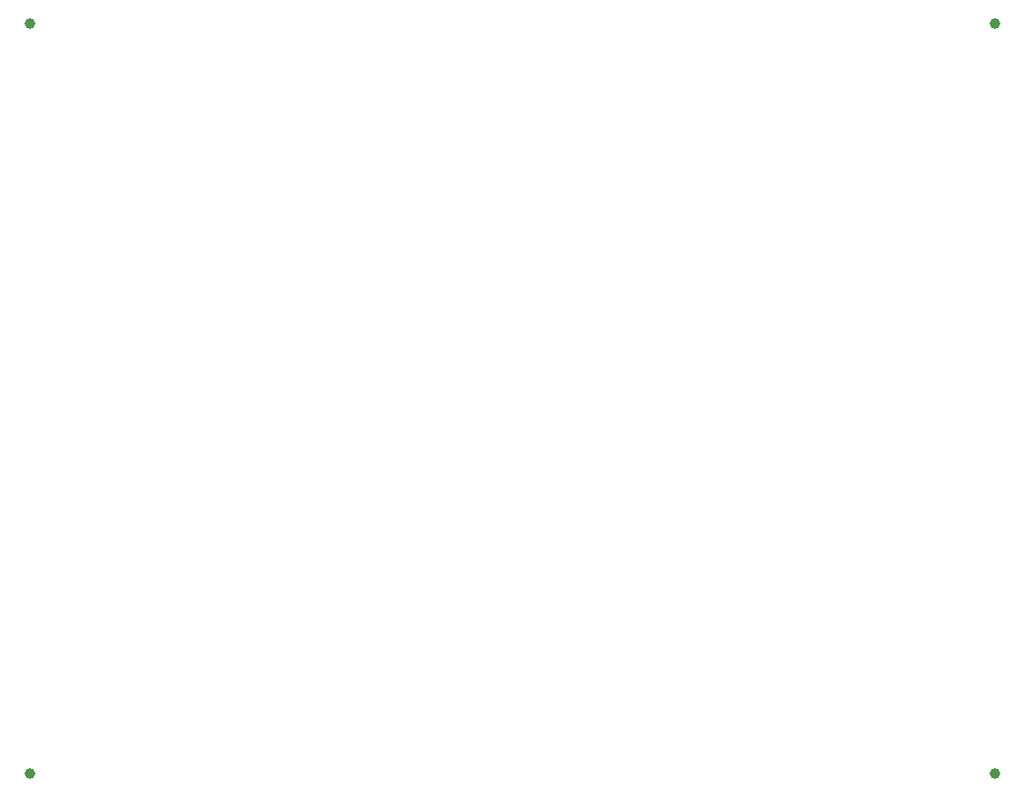
<source format=gbr>
%TF.GenerationSoftware,Altium Limited,Altium Designer,20.1.8 (145)*%
G04 Layer_Color=8421504*
%FSLAX45Y45*%
%MOMM*%
%TF.SameCoordinates,31433496-A159-4958-A2C2-D52C18178038*%
%TF.FilePolarity,Positive*%
%TF.FileFunction,Paste,Top*%
%TF.Part,CustomerPanel*%
G01*
G75*
%TA.AperFunction,SMDPad,CuDef*%
%ADD10C,1.00000*%
D10*
X500000Y1500000D02*
D03*
X9500000D02*
D03*
X500000Y8500000D02*
D03*
X9500000D02*
D03*
%TF.MD5,281edc000f87d778146b3dfd0d19eb56*%
M02*

</source>
